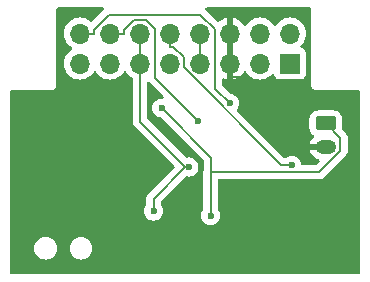
<source format=gbr>
%TF.GenerationSoftware,KiCad,Pcbnew,8.0.0*%
%TF.CreationDate,2024-04-21T04:34:17+02:00*%
%TF.ProjectId,MicroMouse Power,4d696372-6f4d-46f7-9573-6520506f7765,rev?*%
%TF.SameCoordinates,Original*%
%TF.FileFunction,Copper,L2,Bot*%
%TF.FilePolarity,Positive*%
%FSLAX46Y46*%
G04 Gerber Fmt 4.6, Leading zero omitted, Abs format (unit mm)*
G04 Created by KiCad (PCBNEW 8.0.0) date 2024-04-21 04:34:17*
%MOMM*%
%LPD*%
G01*
G04 APERTURE LIST*
G04 Aperture macros list*
%AMRoundRect*
0 Rectangle with rounded corners*
0 $1 Rounding radius*
0 $2 $3 $4 $5 $6 $7 $8 $9 X,Y pos of 4 corners*
0 Add a 4 corners polygon primitive as box body*
4,1,4,$2,$3,$4,$5,$6,$7,$8,$9,$2,$3,0*
0 Add four circle primitives for the rounded corners*
1,1,$1+$1,$2,$3*
1,1,$1+$1,$4,$5*
1,1,$1+$1,$6,$7*
1,1,$1+$1,$8,$9*
0 Add four rect primitives between the rounded corners*
20,1,$1+$1,$2,$3,$4,$5,0*
20,1,$1+$1,$4,$5,$6,$7,0*
20,1,$1+$1,$6,$7,$8,$9,0*
20,1,$1+$1,$8,$9,$2,$3,0*%
G04 Aperture macros list end*
%TA.AperFunction,ComponentPad*%
%ADD10RoundRect,0.250000X-0.625000X0.350000X-0.625000X-0.350000X0.625000X-0.350000X0.625000X0.350000X0*%
%TD*%
%TA.AperFunction,ComponentPad*%
%ADD11O,1.750000X1.200000*%
%TD*%
%TA.AperFunction,ComponentPad*%
%ADD12R,1.700000X1.700000*%
%TD*%
%TA.AperFunction,ComponentPad*%
%ADD13O,1.700000X1.700000*%
%TD*%
%TA.AperFunction,ViaPad*%
%ADD14C,0.600000*%
%TD*%
%TA.AperFunction,Conductor*%
%ADD15C,0.200000*%
%TD*%
G04 APERTURE END LIST*
D10*
%TO.P,J2,1,Pin_1*%
%TO.N,B+*%
X201360000Y-54970000D03*
D11*
%TO.P,J2,2,Pin_2*%
%TO.N,GND*%
X201360000Y-56970000D03*
%TD*%
D12*
%TO.P,J1,1,Pin_1*%
%TO.N,M2_A*%
X198330000Y-49900000D03*
D13*
%TO.P,J1,2,Pin_2*%
%TO.N,M1_PWM1*%
X198330000Y-47360000D03*
%TO.P,J1,3,Pin_3*%
%TO.N,M2_B*%
X195790000Y-49900000D03*
%TO.P,J1,4,Pin_4*%
%TO.N,M1_PWM2*%
X195790000Y-47360000D03*
%TO.P,J1,5,Pin_5*%
%TO.N,GND*%
X193250000Y-49900000D03*
%TO.P,J1,6,Pin_6*%
X193250000Y-47360000D03*
%TO.P,J1,7,Pin_7*%
%TO.N,BATT*%
X190710000Y-49900000D03*
%TO.P,J1,8,Pin_8*%
X190710000Y-47360000D03*
%TO.P,J1,9,Pin_9*%
%TO.N,unconnected-(J1-Pin_9-Pad9)*%
X188170000Y-49900000D03*
%TO.P,J1,10,Pin_10*%
%TO.N,BATT_ADC*%
X188170000Y-47360000D03*
%TO.P,J1,11,Pin_11*%
%TO.N,+5V*%
X185630000Y-49900000D03*
%TO.P,J1,12,Pin_12*%
X185630000Y-47360000D03*
%TO.P,J1,13,Pin_13*%
%TO.N,M1_A*%
X183090000Y-49900000D03*
%TO.P,J1,14,Pin_14*%
%TO.N,M2_PWM3*%
X183090000Y-47360000D03*
%TO.P,J1,15,Pin_15*%
%TO.N,M1_B*%
X180550000Y-49900000D03*
%TO.P,J1,16,Pin_16*%
%TO.N,M2_PWM4*%
X180550000Y-47360000D03*
%TD*%
D14*
%TO.N,+5V*%
X186784100Y-62394100D03*
X189782500Y-58662800D03*
%TO.N,B+*%
X191608600Y-62774100D03*
X187476600Y-53670300D03*
%TO.N,M2_PWM4*%
X193216800Y-53254800D03*
%TO.N,M2_PWM3*%
X190565700Y-54760500D03*
%TO.N,BATT_ADC*%
X198486300Y-58503000D03*
%TD*%
D15*
%TO.N,+5V*%
X185630000Y-49900000D02*
X185630000Y-54817100D01*
X189475700Y-58662800D02*
X189782500Y-58662800D01*
X185630000Y-47360000D02*
X185630000Y-49900000D01*
X186784100Y-61354400D02*
X186784100Y-62394100D01*
X189475700Y-58662800D02*
X186784100Y-61354400D01*
X185630000Y-54817100D02*
X189475700Y-58662800D01*
%TO.N,B+*%
X191608600Y-59180900D02*
X191608600Y-62774100D01*
X191681100Y-59108400D02*
X200784800Y-59108400D01*
X187476600Y-53670300D02*
X191681100Y-57874800D01*
X200784800Y-59108400D02*
X202610700Y-57282500D01*
X191681100Y-57874800D02*
X191681100Y-59108400D01*
X202610700Y-56220700D02*
X201360000Y-54970000D01*
X191681100Y-59108400D02*
X191608600Y-59180900D01*
X202610700Y-57282500D02*
X202610700Y-56220700D01*
%TO.N,M2_PWM4*%
X191980000Y-46982700D02*
X191980000Y-52018000D01*
X181701700Y-47360000D02*
X181701700Y-47072100D01*
X190751000Y-45753700D02*
X191980000Y-46982700D01*
X180550000Y-47360000D02*
X181701700Y-47360000D01*
X191980000Y-52018000D02*
X193216800Y-53254800D01*
X181701700Y-47072100D02*
X183020100Y-45753700D01*
X183020100Y-45753700D02*
X190751000Y-45753700D01*
%TO.N,M2_PWM3*%
X186900000Y-51094800D02*
X190565700Y-54760500D01*
X185111900Y-46201900D02*
X186103000Y-46201900D01*
X184241700Y-47360000D02*
X184241700Y-47072100D01*
X183090000Y-47360000D02*
X184241700Y-47360000D01*
X186900000Y-46998900D02*
X186900000Y-51094800D01*
X186103000Y-46201900D02*
X186900000Y-46998900D01*
X184241700Y-47072100D02*
X185111900Y-46201900D01*
%TO.N,BATT_ADC*%
X189321700Y-49375400D02*
X189321700Y-50230500D01*
X189321700Y-50230500D02*
X197594200Y-58503000D01*
X188458000Y-48511700D02*
X189321700Y-49375400D01*
X188170000Y-48511700D02*
X188458000Y-48511700D01*
X197594200Y-58503000D02*
X198486300Y-58503000D01*
X188170000Y-47360000D02*
X188170000Y-48511700D01*
%TO.N,BATT*%
X190710000Y-47360000D02*
X190710000Y-49900000D01*
%TO.N,GND*%
X201360000Y-56970000D02*
X200183300Y-56970000D01*
X193250000Y-47360000D02*
X193250000Y-49900000D01*
X193250000Y-51051700D02*
X194265000Y-51051700D01*
X194265000Y-51051700D02*
X200183300Y-56970000D01*
X193250000Y-49900000D02*
X193250000Y-51051700D01*
%TD*%
%TA.AperFunction,Conductor*%
%TO.N,GND*%
G36*
X182541741Y-45170185D02*
G01*
X182587496Y-45222989D01*
X182597440Y-45292147D01*
X182568415Y-45355703D01*
X182562383Y-45362181D01*
X181599911Y-46324653D01*
X181538588Y-46358138D01*
X181468896Y-46353154D01*
X181424549Y-46324653D01*
X181421402Y-46321506D01*
X181421395Y-46321501D01*
X181227834Y-46185967D01*
X181227830Y-46185965D01*
X181227828Y-46185964D01*
X181013663Y-46086097D01*
X181013659Y-46086096D01*
X181013655Y-46086094D01*
X180785413Y-46024938D01*
X180785403Y-46024936D01*
X180550001Y-46004341D01*
X180549999Y-46004341D01*
X180314596Y-46024936D01*
X180314586Y-46024938D01*
X180086344Y-46086094D01*
X180086335Y-46086098D01*
X179872171Y-46185964D01*
X179872169Y-46185965D01*
X179678597Y-46321505D01*
X179511505Y-46488597D01*
X179375965Y-46682169D01*
X179375964Y-46682171D01*
X179276098Y-46896335D01*
X179276094Y-46896344D01*
X179214938Y-47124586D01*
X179214936Y-47124596D01*
X179194341Y-47359999D01*
X179194341Y-47360000D01*
X179214936Y-47595403D01*
X179214938Y-47595413D01*
X179276094Y-47823655D01*
X179276096Y-47823659D01*
X179276097Y-47823663D01*
X179355801Y-47994588D01*
X179375965Y-48037830D01*
X179375967Y-48037834D01*
X179484281Y-48192521D01*
X179511504Y-48231400D01*
X179511506Y-48231402D01*
X179678597Y-48398493D01*
X179678603Y-48398498D01*
X179864158Y-48528425D01*
X179907783Y-48583002D01*
X179914977Y-48652500D01*
X179883454Y-48714855D01*
X179864158Y-48731575D01*
X179678597Y-48861505D01*
X179511505Y-49028597D01*
X179375965Y-49222169D01*
X179375964Y-49222171D01*
X179276098Y-49436335D01*
X179276094Y-49436344D01*
X179214938Y-49664586D01*
X179214936Y-49664596D01*
X179194341Y-49899999D01*
X179194341Y-49900000D01*
X179214936Y-50135403D01*
X179214938Y-50135413D01*
X179276094Y-50363655D01*
X179276096Y-50363659D01*
X179276097Y-50363663D01*
X179355801Y-50534588D01*
X179375965Y-50577830D01*
X179375967Y-50577834D01*
X179484281Y-50732521D01*
X179511505Y-50771401D01*
X179678599Y-50938495D01*
X179775384Y-51006265D01*
X179872165Y-51074032D01*
X179872167Y-51074033D01*
X179872170Y-51074035D01*
X180086337Y-51173903D01*
X180086343Y-51173904D01*
X180086344Y-51173905D01*
X180141285Y-51188626D01*
X180314592Y-51235063D01*
X180491034Y-51250500D01*
X180549999Y-51255659D01*
X180550000Y-51255659D01*
X180550001Y-51255659D01*
X180608966Y-51250500D01*
X180785408Y-51235063D01*
X181013663Y-51173903D01*
X181227830Y-51074035D01*
X181421401Y-50938495D01*
X181588495Y-50771401D01*
X181718425Y-50585842D01*
X181773002Y-50542217D01*
X181842500Y-50535023D01*
X181904855Y-50566546D01*
X181921575Y-50585842D01*
X182051500Y-50771395D01*
X182051505Y-50771401D01*
X182218599Y-50938495D01*
X182315384Y-51006265D01*
X182412165Y-51074032D01*
X182412167Y-51074033D01*
X182412170Y-51074035D01*
X182626337Y-51173903D01*
X182626343Y-51173904D01*
X182626344Y-51173905D01*
X182681285Y-51188626D01*
X182854592Y-51235063D01*
X183031034Y-51250500D01*
X183089999Y-51255659D01*
X183090000Y-51255659D01*
X183090001Y-51255659D01*
X183148966Y-51250500D01*
X183325408Y-51235063D01*
X183553663Y-51173903D01*
X183767830Y-51074035D01*
X183961401Y-50938495D01*
X184128495Y-50771401D01*
X184258425Y-50585842D01*
X184313002Y-50542217D01*
X184382500Y-50535023D01*
X184444855Y-50566546D01*
X184461575Y-50585842D01*
X184591500Y-50771395D01*
X184591505Y-50771401D01*
X184758599Y-50938495D01*
X184855384Y-51006265D01*
X184952165Y-51074032D01*
X184952167Y-51074033D01*
X184952170Y-51074035D01*
X184957898Y-51076706D01*
X185010339Y-51122872D01*
X185029500Y-51189090D01*
X185029500Y-54730430D01*
X185029499Y-54730448D01*
X185029499Y-54896154D01*
X185029498Y-54896154D01*
X185070423Y-55048885D01*
X185099358Y-55099000D01*
X185099359Y-55099004D01*
X185099360Y-55099004D01*
X185149479Y-55185814D01*
X185149481Y-55185817D01*
X185268349Y-55304685D01*
X185268355Y-55304690D01*
X188538783Y-58575118D01*
X188572268Y-58636441D01*
X188567284Y-58706133D01*
X188538783Y-58750480D01*
X186415386Y-60873878D01*
X186303581Y-60985682D01*
X186303579Y-60985685D01*
X186253461Y-61072494D01*
X186253459Y-61072496D01*
X186224525Y-61122609D01*
X186224524Y-61122610D01*
X186224523Y-61122615D01*
X186183599Y-61275343D01*
X186183599Y-61275345D01*
X186183599Y-61443446D01*
X186183600Y-61443459D01*
X186183600Y-61811687D01*
X186163915Y-61878726D01*
X186156550Y-61888996D01*
X186154286Y-61891834D01*
X186058311Y-62044576D01*
X185998731Y-62214845D01*
X185998730Y-62214850D01*
X185978535Y-62394096D01*
X185978535Y-62394103D01*
X185998730Y-62573349D01*
X185998731Y-62573354D01*
X186058311Y-62743623D01*
X186154284Y-62896362D01*
X186281838Y-63023916D01*
X186434578Y-63119889D01*
X186604845Y-63179468D01*
X186604850Y-63179469D01*
X186784096Y-63199665D01*
X186784100Y-63199665D01*
X186784104Y-63199665D01*
X186963349Y-63179469D01*
X186963352Y-63179468D01*
X186963355Y-63179468D01*
X187133622Y-63119889D01*
X187286362Y-63023916D01*
X187413916Y-62896362D01*
X187509889Y-62743622D01*
X187569468Y-62573355D01*
X187586231Y-62424578D01*
X187589665Y-62394103D01*
X187589665Y-62394096D01*
X187569469Y-62214850D01*
X187569468Y-62214845D01*
X187509888Y-62044576D01*
X187413913Y-61891834D01*
X187411650Y-61888996D01*
X187410759Y-61886815D01*
X187410211Y-61885942D01*
X187410364Y-61885845D01*
X187385244Y-61824309D01*
X187384600Y-61811687D01*
X187384600Y-61654496D01*
X187404285Y-61587457D01*
X187420914Y-61566820D01*
X189503790Y-59483943D01*
X189565111Y-59450460D01*
X189605352Y-59448406D01*
X189782496Y-59468365D01*
X189782500Y-59468365D01*
X189782504Y-59468365D01*
X189961749Y-59448169D01*
X189961752Y-59448168D01*
X189961755Y-59448168D01*
X190132022Y-59388589D01*
X190284762Y-59292616D01*
X190412316Y-59165062D01*
X190508289Y-59012322D01*
X190567868Y-58842055D01*
X190588065Y-58662800D01*
X190585095Y-58636441D01*
X190567869Y-58483550D01*
X190567868Y-58483545D01*
X190533001Y-58383900D01*
X190508289Y-58313278D01*
X190412316Y-58160538D01*
X190284762Y-58032984D01*
X190132023Y-57937011D01*
X189961754Y-57877431D01*
X189961749Y-57877430D01*
X189782504Y-57857235D01*
X189782496Y-57857235D01*
X189605353Y-57877193D01*
X189536531Y-57865138D01*
X189503789Y-57841654D01*
X186266819Y-54604684D01*
X186233334Y-54543361D01*
X186230500Y-54517003D01*
X186230500Y-51573898D01*
X186250185Y-51506859D01*
X186302989Y-51461104D01*
X186372147Y-51451160D01*
X186435703Y-51480185D01*
X186442181Y-51486217D01*
X186538349Y-51582385D01*
X186538355Y-51582390D01*
X187613815Y-52657850D01*
X187647300Y-52719173D01*
X187642316Y-52788865D01*
X187600444Y-52844798D01*
X187534980Y-52869215D01*
X187512252Y-52868751D01*
X187476605Y-52864735D01*
X187476596Y-52864735D01*
X187297350Y-52884930D01*
X187297345Y-52884931D01*
X187127076Y-52944511D01*
X186974337Y-53040484D01*
X186846784Y-53168037D01*
X186750811Y-53320776D01*
X186691231Y-53491045D01*
X186691230Y-53491050D01*
X186671035Y-53670296D01*
X186671035Y-53670303D01*
X186691230Y-53849549D01*
X186691231Y-53849554D01*
X186750811Y-54019823D01*
X186833452Y-54151344D01*
X186846784Y-54172562D01*
X186974338Y-54300116D01*
X187127078Y-54396089D01*
X187297345Y-54455668D01*
X187384269Y-54465461D01*
X187448680Y-54492526D01*
X187458065Y-54501000D01*
X191044281Y-58087216D01*
X191077766Y-58148539D01*
X191080600Y-58174897D01*
X191080600Y-58861196D01*
X191063987Y-58923196D01*
X191049023Y-58949115D01*
X191008099Y-59101843D01*
X191008099Y-59101845D01*
X191008099Y-59269946D01*
X191008100Y-59269959D01*
X191008100Y-62191687D01*
X190988415Y-62258726D01*
X190981050Y-62268996D01*
X190978786Y-62271834D01*
X190882811Y-62424576D01*
X190823231Y-62594845D01*
X190823230Y-62594850D01*
X190803035Y-62774096D01*
X190803035Y-62774103D01*
X190823230Y-62953349D01*
X190823231Y-62953354D01*
X190882811Y-63123623D01*
X190917901Y-63179468D01*
X190978784Y-63276362D01*
X191106338Y-63403916D01*
X191259078Y-63499889D01*
X191429345Y-63559468D01*
X191429350Y-63559469D01*
X191608596Y-63579665D01*
X191608600Y-63579665D01*
X191608604Y-63579665D01*
X191787849Y-63559469D01*
X191787852Y-63559468D01*
X191787855Y-63559468D01*
X191958122Y-63499889D01*
X192110862Y-63403916D01*
X192238416Y-63276362D01*
X192334389Y-63123622D01*
X192393968Y-62953355D01*
X192414165Y-62774100D01*
X192410731Y-62743623D01*
X192393969Y-62594850D01*
X192393968Y-62594845D01*
X192334388Y-62424576D01*
X192238413Y-62271834D01*
X192236150Y-62268996D01*
X192235259Y-62266815D01*
X192234711Y-62265942D01*
X192234864Y-62265845D01*
X192209744Y-62204309D01*
X192209100Y-62191687D01*
X192209100Y-59832900D01*
X192228785Y-59765861D01*
X192281589Y-59720106D01*
X192333100Y-59708900D01*
X200698131Y-59708900D01*
X200698147Y-59708901D01*
X200705743Y-59708901D01*
X200863854Y-59708901D01*
X200863857Y-59708901D01*
X201016585Y-59667977D01*
X201066704Y-59639039D01*
X201153516Y-59588920D01*
X201265320Y-59477116D01*
X201265320Y-59477114D01*
X201275528Y-59466907D01*
X201275529Y-59466904D01*
X203091220Y-57651216D01*
X203170277Y-57514284D01*
X203211201Y-57361557D01*
X203211201Y-57203442D01*
X203211201Y-57195847D01*
X203211200Y-57195829D01*
X203211200Y-56309759D01*
X203211201Y-56309746D01*
X203211201Y-56141645D01*
X203211201Y-56141643D01*
X203170277Y-55988915D01*
X203126281Y-55912712D01*
X203091220Y-55851984D01*
X202979416Y-55740180D01*
X202979415Y-55740179D01*
X202975085Y-55735849D01*
X202975074Y-55735839D01*
X202765462Y-55526227D01*
X202731977Y-55464904D01*
X202729785Y-55425946D01*
X202735500Y-55370009D01*
X202735499Y-54569992D01*
X202724999Y-54467203D01*
X202669814Y-54300666D01*
X202577712Y-54151344D01*
X202453656Y-54027288D01*
X202304334Y-53935186D01*
X202137797Y-53880001D01*
X202137795Y-53880000D01*
X202035010Y-53869500D01*
X200684998Y-53869500D01*
X200684981Y-53869501D01*
X200582203Y-53880000D01*
X200582200Y-53880001D01*
X200415668Y-53935185D01*
X200415663Y-53935187D01*
X200266342Y-54027289D01*
X200142289Y-54151342D01*
X200050187Y-54300663D01*
X200050186Y-54300666D01*
X199995001Y-54467203D01*
X199995001Y-54467204D01*
X199995000Y-54467204D01*
X199984500Y-54569983D01*
X199984500Y-55370001D01*
X199984501Y-55370019D01*
X199995000Y-55472796D01*
X199995001Y-55472799D01*
X200050185Y-55639331D01*
X200050187Y-55639336D01*
X200085069Y-55695888D01*
X200142288Y-55788656D01*
X200266344Y-55912712D01*
X200330981Y-55952580D01*
X200377705Y-56004526D01*
X200388928Y-56073489D01*
X200361085Y-56137571D01*
X200353566Y-56145799D01*
X200245964Y-56253401D01*
X200144195Y-56393475D01*
X200065591Y-56547744D01*
X200012085Y-56712415D01*
X200010884Y-56719999D01*
X200010885Y-56720000D01*
X201079670Y-56720000D01*
X201059925Y-56739745D01*
X201010556Y-56825255D01*
X200985000Y-56920630D01*
X200985000Y-57019370D01*
X201010556Y-57114745D01*
X201059925Y-57200255D01*
X201079670Y-57220000D01*
X200010885Y-57220000D01*
X200012085Y-57227584D01*
X200065591Y-57392255D01*
X200144195Y-57546524D01*
X200245967Y-57686602D01*
X200368397Y-57809032D01*
X200508475Y-57910804D01*
X200662744Y-57989408D01*
X200766022Y-58022966D01*
X200823698Y-58062404D01*
X200850896Y-58126762D01*
X200838981Y-58195609D01*
X200815386Y-58228578D01*
X200747746Y-58296219D01*
X200572382Y-58471582D01*
X200511062Y-58505066D01*
X200484703Y-58507900D01*
X199403231Y-58507900D01*
X199336192Y-58488215D01*
X199290437Y-58435411D01*
X199280011Y-58397784D01*
X199271669Y-58323749D01*
X199271668Y-58323745D01*
X199262036Y-58296219D01*
X199212089Y-58153478D01*
X199116116Y-58000738D01*
X198988562Y-57873184D01*
X198975757Y-57865138D01*
X198835823Y-57777211D01*
X198665554Y-57717631D01*
X198665549Y-57717630D01*
X198486304Y-57697435D01*
X198486296Y-57697435D01*
X198307050Y-57717630D01*
X198307045Y-57717631D01*
X198136776Y-57777211D01*
X197984036Y-57873185D01*
X197981203Y-57875445D01*
X197979024Y-57876334D01*
X197978142Y-57876889D01*
X197978044Y-57876734D01*
X197916517Y-57901855D01*
X197903888Y-57902500D01*
X197894298Y-57902500D01*
X197827259Y-57882815D01*
X197806617Y-57866181D01*
X193858814Y-53918379D01*
X193825329Y-53857056D01*
X193830313Y-53787364D01*
X193843812Y-53763525D01*
X193842911Y-53762959D01*
X193901135Y-53670296D01*
X193942589Y-53604322D01*
X194002168Y-53434055D01*
X194014931Y-53320778D01*
X194022365Y-53254803D01*
X194022365Y-53254796D01*
X194002169Y-53075550D01*
X194002168Y-53075545D01*
X193942588Y-52905276D01*
X193846615Y-52752537D01*
X193719062Y-52624984D01*
X193566321Y-52529010D01*
X193396049Y-52469430D01*
X193309130Y-52459637D01*
X193244716Y-52432570D01*
X193235333Y-52424098D01*
X192616819Y-51805584D01*
X192583334Y-51744261D01*
X192580500Y-51717903D01*
X192580500Y-51272008D01*
X192600185Y-51204969D01*
X192652989Y-51159214D01*
X192722147Y-51149270D01*
X192756905Y-51159626D01*
X192786507Y-51173430D01*
X192786516Y-51173433D01*
X193000000Y-51230634D01*
X193000000Y-50333012D01*
X193057007Y-50365925D01*
X193184174Y-50400000D01*
X193315826Y-50400000D01*
X193442993Y-50365925D01*
X193500000Y-50333012D01*
X193500000Y-51230633D01*
X193713483Y-51173433D01*
X193713492Y-51173429D01*
X193927578Y-51073600D01*
X194121082Y-50938105D01*
X194288105Y-50771082D01*
X194418119Y-50585405D01*
X194472696Y-50541781D01*
X194542195Y-50534588D01*
X194604549Y-50566110D01*
X194621269Y-50585405D01*
X194751505Y-50771401D01*
X194918599Y-50938495D01*
X195015384Y-51006265D01*
X195112165Y-51074032D01*
X195112167Y-51074033D01*
X195112170Y-51074035D01*
X195326337Y-51173903D01*
X195326343Y-51173904D01*
X195326344Y-51173905D01*
X195381285Y-51188626D01*
X195554592Y-51235063D01*
X195731034Y-51250500D01*
X195789999Y-51255659D01*
X195790000Y-51255659D01*
X195790001Y-51255659D01*
X195848966Y-51250500D01*
X196025408Y-51235063D01*
X196253663Y-51173903D01*
X196467830Y-51074035D01*
X196661401Y-50938495D01*
X196783329Y-50816566D01*
X196844648Y-50783084D01*
X196914340Y-50788068D01*
X196970274Y-50829939D01*
X196987189Y-50860917D01*
X197036202Y-50992328D01*
X197036206Y-50992335D01*
X197122452Y-51107544D01*
X197122455Y-51107547D01*
X197237664Y-51193793D01*
X197237671Y-51193797D01*
X197372517Y-51244091D01*
X197372516Y-51244091D01*
X197379444Y-51244835D01*
X197432127Y-51250500D01*
X199227872Y-51250499D01*
X199287483Y-51244091D01*
X199422331Y-51193796D01*
X199537546Y-51107546D01*
X199623796Y-50992331D01*
X199674091Y-50857483D01*
X199680500Y-50797873D01*
X199680499Y-49002128D01*
X199674091Y-48942517D01*
X199672810Y-48939083D01*
X199623797Y-48807671D01*
X199623793Y-48807664D01*
X199537547Y-48692455D01*
X199537544Y-48692452D01*
X199422335Y-48606206D01*
X199422328Y-48606202D01*
X199290917Y-48557189D01*
X199234983Y-48515318D01*
X199210566Y-48449853D01*
X199225418Y-48381580D01*
X199246563Y-48353332D01*
X199368495Y-48231401D01*
X199504035Y-48037830D01*
X199603903Y-47823663D01*
X199665063Y-47595408D01*
X199685659Y-47360000D01*
X199665063Y-47124592D01*
X199603903Y-46896337D01*
X199504035Y-46682171D01*
X199498731Y-46674595D01*
X199368494Y-46488597D01*
X199201402Y-46321506D01*
X199201395Y-46321501D01*
X199007834Y-46185967D01*
X199007830Y-46185965D01*
X199007828Y-46185964D01*
X198793663Y-46086097D01*
X198793659Y-46086096D01*
X198793655Y-46086094D01*
X198565413Y-46024938D01*
X198565403Y-46024936D01*
X198330001Y-46004341D01*
X198329999Y-46004341D01*
X198094596Y-46024936D01*
X198094586Y-46024938D01*
X197866344Y-46086094D01*
X197866335Y-46086098D01*
X197652171Y-46185964D01*
X197652169Y-46185965D01*
X197458597Y-46321505D01*
X197291505Y-46488597D01*
X197161575Y-46674158D01*
X197106998Y-46717783D01*
X197037500Y-46724977D01*
X196975145Y-46693454D01*
X196958425Y-46674158D01*
X196828494Y-46488597D01*
X196661402Y-46321506D01*
X196661395Y-46321501D01*
X196467834Y-46185967D01*
X196467830Y-46185965D01*
X196467828Y-46185964D01*
X196253663Y-46086097D01*
X196253659Y-46086096D01*
X196253655Y-46086094D01*
X196025413Y-46024938D01*
X196025403Y-46024936D01*
X195790001Y-46004341D01*
X195789999Y-46004341D01*
X195554596Y-46024936D01*
X195554586Y-46024938D01*
X195326344Y-46086094D01*
X195326335Y-46086098D01*
X195112171Y-46185964D01*
X195112169Y-46185965D01*
X194918597Y-46321505D01*
X194751508Y-46488594D01*
X194621269Y-46674595D01*
X194566692Y-46718219D01*
X194497193Y-46725412D01*
X194434839Y-46693890D01*
X194418119Y-46674594D01*
X194288113Y-46488926D01*
X194288108Y-46488920D01*
X194121082Y-46321894D01*
X193927578Y-46186399D01*
X193713492Y-46086570D01*
X193713486Y-46086567D01*
X193500000Y-46029364D01*
X193500000Y-46926988D01*
X193442993Y-46894075D01*
X193315826Y-46860000D01*
X193184174Y-46860000D01*
X193057007Y-46894075D01*
X193000000Y-46926988D01*
X193000000Y-46029364D01*
X192999999Y-46029364D01*
X192786513Y-46086567D01*
X192786507Y-46086570D01*
X192572422Y-46186399D01*
X192572420Y-46186400D01*
X192378918Y-46321891D01*
X192361349Y-46339460D01*
X192300024Y-46372942D01*
X192230333Y-46367955D01*
X192185991Y-46339456D01*
X191238590Y-45392055D01*
X191238588Y-45392052D01*
X191208717Y-45362181D01*
X191175232Y-45300858D01*
X191180216Y-45231166D01*
X191222088Y-45175233D01*
X191287552Y-45150816D01*
X191296398Y-45150500D01*
X199995500Y-45150500D01*
X200062539Y-45170185D01*
X200108294Y-45222989D01*
X200119500Y-45274500D01*
X200119500Y-51574108D01*
X200119500Y-51705892D01*
X200129781Y-51744261D01*
X200153608Y-51833187D01*
X200170929Y-51863187D01*
X200219500Y-51947314D01*
X200312686Y-52040500D01*
X200426814Y-52106392D01*
X200554108Y-52140500D01*
X204145500Y-52140500D01*
X204212539Y-52160185D01*
X204258294Y-52212989D01*
X204269500Y-52264500D01*
X204269500Y-67605500D01*
X204249815Y-67672539D01*
X204197011Y-67718294D01*
X204145500Y-67729500D01*
X174754500Y-67729500D01*
X174687461Y-67709815D01*
X174641706Y-67657011D01*
X174630500Y-67605500D01*
X174630500Y-65555700D01*
X176684901Y-65555700D01*
X176703252Y-65742031D01*
X176703253Y-65742033D01*
X176757604Y-65921202D01*
X176845862Y-66086323D01*
X176845864Y-66086326D01*
X176964642Y-66231057D01*
X177109373Y-66349835D01*
X177109376Y-66349837D01*
X177274497Y-66438095D01*
X177274499Y-66438096D01*
X177453666Y-66492446D01*
X177453668Y-66492447D01*
X177470374Y-66494092D01*
X177640000Y-66510799D01*
X177826331Y-66492447D01*
X178005501Y-66438096D01*
X178170625Y-66349836D01*
X178315357Y-66231057D01*
X178434136Y-66086325D01*
X178522396Y-65921201D01*
X178576747Y-65742031D01*
X178595099Y-65555700D01*
X179684901Y-65555700D01*
X179703252Y-65742031D01*
X179703253Y-65742033D01*
X179757604Y-65921202D01*
X179845862Y-66086323D01*
X179845864Y-66086326D01*
X179964642Y-66231057D01*
X180109373Y-66349835D01*
X180109376Y-66349837D01*
X180274497Y-66438095D01*
X180274499Y-66438096D01*
X180453666Y-66492446D01*
X180453668Y-66492447D01*
X180470374Y-66494092D01*
X180640000Y-66510799D01*
X180826331Y-66492447D01*
X181005501Y-66438096D01*
X181170625Y-66349836D01*
X181315357Y-66231057D01*
X181434136Y-66086325D01*
X181522396Y-65921201D01*
X181576747Y-65742031D01*
X181595099Y-65555700D01*
X181576747Y-65369369D01*
X181522396Y-65190199D01*
X181434136Y-65025075D01*
X181434135Y-65025073D01*
X181315357Y-64880342D01*
X181170626Y-64761564D01*
X181170623Y-64761562D01*
X181005502Y-64673304D01*
X180826333Y-64618953D01*
X180826331Y-64618952D01*
X180640000Y-64600601D01*
X180453668Y-64618952D01*
X180453666Y-64618953D01*
X180274497Y-64673304D01*
X180109376Y-64761562D01*
X180109373Y-64761564D01*
X179964642Y-64880342D01*
X179845864Y-65025073D01*
X179845862Y-65025076D01*
X179757604Y-65190197D01*
X179703253Y-65369366D01*
X179703252Y-65369368D01*
X179684901Y-65555700D01*
X178595099Y-65555700D01*
X178576747Y-65369369D01*
X178522396Y-65190199D01*
X178434136Y-65025075D01*
X178434135Y-65025073D01*
X178315357Y-64880342D01*
X178170626Y-64761564D01*
X178170623Y-64761562D01*
X178005502Y-64673304D01*
X177826333Y-64618953D01*
X177826331Y-64618952D01*
X177640000Y-64600601D01*
X177453668Y-64618952D01*
X177453666Y-64618953D01*
X177274497Y-64673304D01*
X177109376Y-64761562D01*
X177109373Y-64761564D01*
X176964642Y-64880342D01*
X176845864Y-65025073D01*
X176845862Y-65025076D01*
X176757604Y-65190197D01*
X176703253Y-65369366D01*
X176703252Y-65369368D01*
X176684901Y-65555700D01*
X174630500Y-65555700D01*
X174630500Y-52294500D01*
X174650185Y-52227461D01*
X174702989Y-52181706D01*
X174754500Y-52170500D01*
X178115890Y-52170500D01*
X178115892Y-52170500D01*
X178243186Y-52136392D01*
X178357314Y-52070500D01*
X178450500Y-51977314D01*
X178516392Y-51863186D01*
X178550500Y-51735892D01*
X178550500Y-45274500D01*
X178570185Y-45207461D01*
X178622989Y-45161706D01*
X178674500Y-45150500D01*
X182474702Y-45150500D01*
X182541741Y-45170185D01*
G37*
%TD.AperFunction*%
%TA.AperFunction,Conductor*%
G36*
X193500000Y-49466988D02*
G01*
X193442993Y-49434075D01*
X193315826Y-49400000D01*
X193184174Y-49400000D01*
X193057007Y-49434075D01*
X193000000Y-49466988D01*
X193000000Y-47793012D01*
X193057007Y-47825925D01*
X193184174Y-47860000D01*
X193315826Y-47860000D01*
X193442993Y-47825925D01*
X193500000Y-47793012D01*
X193500000Y-49466988D01*
G37*
%TD.AperFunction*%
%TD*%
M02*

</source>
